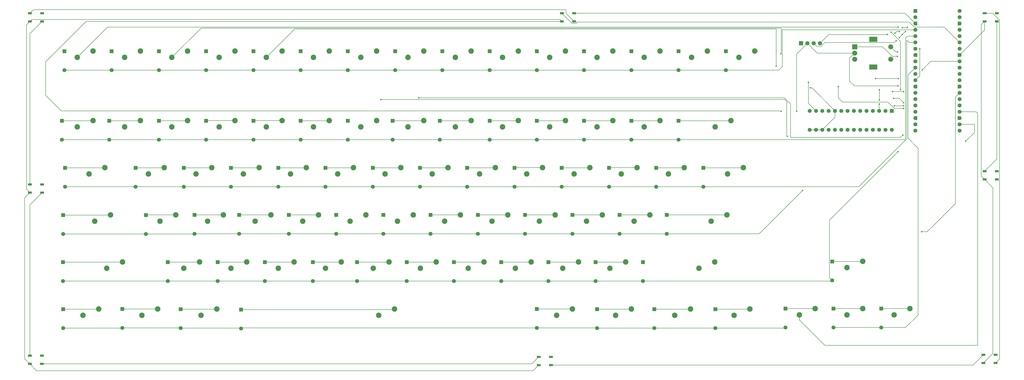
<source format=gbr>
%TF.GenerationSoftware,KiCad,Pcbnew,9.0.2*%
%TF.CreationDate,2025-06-29T16:27:35+05:30*%
%TF.ProjectId,Mechatron Schematic,4d656368-6174-4726-9f6e-20536368656d,rev?*%
%TF.SameCoordinates,Original*%
%TF.FileFunction,Copper,L2,Bot*%
%TF.FilePolarity,Positive*%
%FSLAX46Y46*%
G04 Gerber Fmt 4.6, Leading zero omitted, Abs format (unit mm)*
G04 Created by KiCad (PCBNEW 9.0.2) date 2025-06-29 16:27:35*
%MOMM*%
%LPD*%
G01*
G04 APERTURE LIST*
G04 Aperture macros list*
%AMRoundRect*
0 Rectangle with rounded corners*
0 $1 Rounding radius*
0 $2 $3 $4 $5 $6 $7 $8 $9 X,Y pos of 4 corners*
0 Add a 4 corners polygon primitive as box body*
4,1,4,$2,$3,$4,$5,$6,$7,$8,$9,$2,$3,0*
0 Add four circle primitives for the rounded corners*
1,1,$1+$1,$2,$3*
1,1,$1+$1,$4,$5*
1,1,$1+$1,$6,$7*
1,1,$1+$1,$8,$9*
0 Add four rect primitives between the rounded corners*
20,1,$1+$1,$2,$3,$4,$5,0*
20,1,$1+$1,$4,$5,$6,$7,0*
20,1,$1+$1,$6,$7,$8,$9,0*
20,1,$1+$1,$8,$9,$2,$3,0*%
%AMFreePoly0*
4,1,37,0.603843,0.796157,0.639018,0.796157,0.711114,0.766294,0.766294,0.711114,0.796157,0.639018,0.796157,0.603843,0.800000,0.600000,0.800000,-0.600000,0.796157,-0.603843,0.796157,-0.639018,0.766294,-0.711114,0.711114,-0.766294,0.639018,-0.796157,0.603843,-0.796157,0.600000,-0.800000,0.000000,-0.800000,0.000000,-0.796148,-0.078414,-0.796148,-0.232228,-0.765552,-0.377117,-0.705537,
-0.507515,-0.618408,-0.618408,-0.507515,-0.705537,-0.377117,-0.765552,-0.232228,-0.796148,-0.078414,-0.796148,0.078414,-0.765552,0.232228,-0.705537,0.377117,-0.618408,0.507515,-0.507515,0.618408,-0.377117,0.705537,-0.232228,0.765552,-0.078414,0.796148,0.000000,0.796148,0.000000,0.800000,0.600000,0.800000,0.603843,0.796157,0.603843,0.796157,$1*%
%AMFreePoly1*
4,1,37,0.000000,0.796148,0.078414,0.796148,0.232228,0.765552,0.377117,0.705537,0.507515,0.618408,0.618408,0.507515,0.705537,0.377117,0.765552,0.232228,0.796148,0.078414,0.796148,-0.078414,0.765552,-0.232228,0.705537,-0.377117,0.618408,-0.507515,0.507515,-0.618408,0.377117,-0.705537,0.232228,-0.765552,0.078414,-0.796148,0.000000,-0.796148,0.000000,-0.800000,-0.600000,-0.800000,
-0.603843,-0.796157,-0.639018,-0.796157,-0.711114,-0.766294,-0.766294,-0.711114,-0.796157,-0.639018,-0.796157,-0.603843,-0.800000,-0.600000,-0.800000,0.600000,-0.796157,0.603843,-0.796157,0.639018,-0.766294,0.711114,-0.711114,0.766294,-0.639018,0.796157,-0.603843,0.796157,-0.600000,0.800000,0.000000,0.800000,0.000000,0.796148,0.000000,0.796148,$1*%
G04 Aperture macros list end*
%TA.AperFunction,ComponentPad*%
%ADD10C,2.200000*%
%TD*%
%TA.AperFunction,ComponentPad*%
%ADD11RoundRect,0.200000X-0.600000X-0.600000X0.600000X-0.600000X0.600000X0.600000X-0.600000X0.600000X0*%
%TD*%
%TA.AperFunction,ComponentPad*%
%ADD12C,1.600000*%
%TD*%
%TA.AperFunction,ComponentPad*%
%ADD13FreePoly0,0.000000*%
%TD*%
%TA.AperFunction,ComponentPad*%
%ADD14FreePoly1,0.000000*%
%TD*%
%TA.AperFunction,ComponentPad*%
%ADD15RoundRect,0.250000X-0.550000X0.550000X-0.550000X-0.550000X0.550000X-0.550000X0.550000X0.550000X0*%
%TD*%
%TA.AperFunction,ComponentPad*%
%ADD16R,2.000000X2.000000*%
%TD*%
%TA.AperFunction,ComponentPad*%
%ADD17C,2.000000*%
%TD*%
%TA.AperFunction,ComponentPad*%
%ADD18R,3.200000X2.000000*%
%TD*%
%TA.AperFunction,ComponentPad*%
%ADD19R,1.700000X1.700000*%
%TD*%
%TA.AperFunction,ComponentPad*%
%ADD20C,1.700000*%
%TD*%
%TA.AperFunction,SMDPad,CuDef*%
%ADD21RoundRect,0.090000X0.660000X0.360000X-0.660000X0.360000X-0.660000X-0.360000X0.660000X-0.360000X0*%
%TD*%
%TA.AperFunction,ViaPad*%
%ADD22C,0.600000*%
%TD*%
%TA.AperFunction,Conductor*%
%ADD23C,0.200000*%
%TD*%
G04 APERTURE END LIST*
D10*
%TO.P,SW34,1,1*%
%TO.N,Net-(D34-K)*%
X208290000Y-211920000D03*
%TO.P,SW34,2,2*%
%TO.N,COL4*%
X201940000Y-214460000D03*
%TD*%
%TO.P,SW47,1,1*%
%TO.N,Net-(D47-K)*%
X194060000Y-230920000D03*
%TO.P,SW47,2,2*%
%TO.N,COL3*%
X187710000Y-233460000D03*
%TD*%
%TO.P,SW6,1,1*%
%TO.N,Net-(D6-K)*%
X217540000Y-164920000D03*
%TO.P,SW6,2,2*%
%TO.N,COL5*%
X211190000Y-167460000D03*
%TD*%
%TO.P,SW57,1,1*%
%TO.N,Net-(D57-K)*%
X134340000Y-249920000D03*
%TO.P,SW57,2,2*%
%TO.N,COL0*%
X127990000Y-252460000D03*
%TD*%
%TO.P,SW80,1,1*%
%TO.N,Net-(D80-K)*%
X451040000Y-268670000D03*
%TO.P,SW80,2,2*%
%TO.N,COL12*%
X444690000Y-271210000D03*
%TD*%
%TO.P,SW21,1,1*%
%TO.N,Net-(D21-K)*%
X217540000Y-192920000D03*
%TO.P,SW21,2,2*%
%TO.N,COL5*%
X211190000Y-195460000D03*
%TD*%
%TO.P,SW56,1,1*%
%TO.N,Net-(D56-K)*%
X377440000Y-230962500D03*
%TO.P,SW56,2,2*%
%TO.N,COL12*%
X371090000Y-233502500D03*
%TD*%
%TO.P,SW10,1,1*%
%TO.N,Net-(D10-K)*%
X293540000Y-164920000D03*
%TO.P,SW10,2,2*%
%TO.N,COL9*%
X287190000Y-167460000D03*
%TD*%
%TO.P,SW18,1,1*%
%TO.N,Net-(D18-K)*%
X160540000Y-192920000D03*
%TO.P,SW18,2,2*%
%TO.N,COL2*%
X154190000Y-195460000D03*
%TD*%
%TO.P,SW63,1,1*%
%TO.N,Net-(D63-K)*%
X260540000Y-249927500D03*
%TO.P,SW63,2,2*%
%TO.N,COL7*%
X254190000Y-252467500D03*
%TD*%
%TO.P,SW58,1,1*%
%TO.N,Net-(D58-K)*%
X165340000Y-249920000D03*
%TO.P,SW58,2,2*%
%TO.N,COL1*%
X158990000Y-252460000D03*
%TD*%
%TO.P,SW44,1,1*%
%TO.N,Net-(D44-K)*%
X129540000Y-230920000D03*
%TO.P,SW44,2,2*%
%TO.N,COL0*%
X123190000Y-233460000D03*
%TD*%
%TO.P,SW4,1,1*%
%TO.N,Net-(D4-K)*%
X179540000Y-164920000D03*
%TO.P,SW4,2,2*%
%TO.N,COL3*%
X173190000Y-167460000D03*
%TD*%
%TO.P,SW78,1,1*%
%TO.N,Net-(D78-K)*%
X412960000Y-268670000D03*
%TO.P,SW78,2,2*%
%TO.N,COL10*%
X406610000Y-271210000D03*
%TD*%
%TO.P,SW52,1,1*%
%TO.N,Net-(D52-K)*%
X289300000Y-230920000D03*
%TO.P,SW52,2,2*%
%TO.N,COL8*%
X282950000Y-233460000D03*
%TD*%
%TO.P,SW42,1,1*%
%TO.N,Net-(D42-K)*%
X360290000Y-211920000D03*
%TO.P,SW42,2,2*%
%TO.N,COL12*%
X353940000Y-214460000D03*
%TD*%
%TO.P,SW5,1,1*%
%TO.N,Net-(D5-K)*%
X198540000Y-164920000D03*
%TO.P,SW5,2,2*%
%TO.N,COL4*%
X192190000Y-167460000D03*
%TD*%
%TO.P,SW38,1,1*%
%TO.N,Net-(D38-K)*%
X284290000Y-211920000D03*
%TO.P,SW38,2,2*%
%TO.N,COL8*%
X277940000Y-214460000D03*
%TD*%
%TO.P,SW73,1,1*%
%TO.N,Net-(D73-K)*%
X243790000Y-268920000D03*
%TO.P,SW73,2,2*%
%TO.N,COL3*%
X237440000Y-271460000D03*
%TD*%
%TO.P,SW66,1,1*%
%TO.N,Net-(D66-K)*%
X317740000Y-249927500D03*
%TO.P,SW66,2,2*%
%TO.N,COL10*%
X311390000Y-252467500D03*
%TD*%
%TO.P,SW25,1,1*%
%TO.N,Net-(D25-K)*%
X293540000Y-192920000D03*
%TO.P,SW25,2,2*%
%TO.N,COL9*%
X287190000Y-195460000D03*
%TD*%
%TO.P,SW8,1,1*%
%TO.N,Net-(D8-K)*%
X255540000Y-164920000D03*
%TO.P,SW8,2,2*%
%TO.N,COL7*%
X249190000Y-167460000D03*
%TD*%
%TO.P,SW26,1,1*%
%TO.N,Net-(D26-K)*%
X312540000Y-192920000D03*
%TO.P,SW26,2,2*%
%TO.N,COL10*%
X306190000Y-195460000D03*
%TD*%
%TO.P,SW46,1,1*%
%TO.N,Net-(D46-K)*%
X174960000Y-230920000D03*
%TO.P,SW46,2,2*%
%TO.N,COL2*%
X168610000Y-233460000D03*
%TD*%
%TO.P,SW53,1,1*%
%TO.N,Net-(D53-K)*%
X308350000Y-230970000D03*
%TO.P,SW53,2,2*%
%TO.N,COL9*%
X302000000Y-233510000D03*
%TD*%
%TO.P,SW16,1,1*%
%TO.N,Net-(D16-K)*%
X122540000Y-192920000D03*
%TO.P,SW16,2,2*%
%TO.N,COL0*%
X116190000Y-195460000D03*
%TD*%
D11*
%TO.P,A1,1,GPIO0*%
%TO.N,Net-(A1-GPIO0)*%
X453220000Y-148740000D03*
D12*
%TO.P,A1,2,GPIO1*%
%TO.N,Net-(A1-GPIO1)*%
X453220000Y-151280000D03*
D13*
%TO.P,A1,3,GND*%
%TO.N,/GND*%
X453220000Y-153820000D03*
D12*
%TO.P,A1,4,GPIO2*%
%TO.N,ROW0*%
X453220000Y-156360000D03*
%TO.P,A1,5,GPIO3*%
%TO.N,ROW1*%
X453220000Y-158900000D03*
%TO.P,A1,6,GPIO4*%
%TO.N,ROW2*%
X453220000Y-161440000D03*
%TO.P,A1,7,GPIO5*%
%TO.N,ROW3*%
X453220000Y-163980000D03*
D13*
%TO.P,A1,8,GND*%
%TO.N,/GND*%
X453220000Y-166520000D03*
D12*
%TO.P,A1,9,GPIO6*%
%TO.N,ROW4*%
X453220000Y-169060000D03*
%TO.P,A1,10,GPIO7*%
%TO.N,ROW5*%
X453220000Y-171600000D03*
%TO.P,A1,11,GPIO8*%
%TO.N,COL0*%
X453220000Y-174140000D03*
%TO.P,A1,12,GPIO9*%
%TO.N,COL1*%
X453220000Y-176680000D03*
D13*
%TO.P,A1,13,GND*%
%TO.N,/GND*%
X453220000Y-179220000D03*
D12*
%TO.P,A1,14,GPIO10*%
%TO.N,COL2*%
X453220000Y-181760000D03*
%TO.P,A1,15,GPIO11*%
%TO.N,COL3*%
X453220000Y-184300000D03*
%TO.P,A1,16,GPIO12*%
%TO.N,COL4*%
X453220000Y-186840000D03*
%TO.P,A1,17,GPIO13*%
%TO.N,COL5*%
X453220000Y-189380000D03*
D13*
%TO.P,A1,18,GND*%
%TO.N,/GND*%
X453220000Y-191920000D03*
D12*
%TO.P,A1,19,GPIO14*%
%TO.N,COL6*%
X453220000Y-194460000D03*
%TO.P,A1,20,GPIO15*%
%TO.N,COL7*%
X453220000Y-197000000D03*
%TO.P,A1,21,GPIO16*%
%TO.N,COL8*%
X471000000Y-197000000D03*
%TO.P,A1,22,GPIO17*%
%TO.N,COL9*%
X471000000Y-194460000D03*
D14*
%TO.P,A1,23,GND*%
%TO.N,/GND*%
X471000000Y-191920000D03*
D12*
%TO.P,A1,24,GPIO18*%
%TO.N,COL10*%
X471000000Y-189380000D03*
%TO.P,A1,25,GPIO19*%
%TO.N,COL11*%
X471000000Y-186840000D03*
%TO.P,A1,26,GPIO20*%
%TO.N,COL12*%
X471000000Y-184300000D03*
%TO.P,A1,27,GPIO21*%
%TO.N,COL13*%
X471000000Y-181760000D03*
D14*
%TO.P,A1,28,GND*%
%TO.N,/GND*%
X471000000Y-179220000D03*
D12*
%TO.P,A1,29,GPIO22*%
%TO.N,COL14*%
X471000000Y-176680000D03*
%TO.P,A1,30,RUN*%
%TO.N,unconnected-(A1-RUN-Pad30)*%
X471000000Y-174140000D03*
%TO.P,A1,31,GPIO26_ADC0*%
%TO.N,unconnected-(A1-GPIO26_ADC0-Pad31)*%
X471000000Y-171600000D03*
%TO.P,A1,32,GPIO27_ADC1*%
%TO.N,ENC_A*%
X471000000Y-169060000D03*
D14*
%TO.P,A1,33,AGND*%
%TO.N,Net-(A1-AGND)*%
X471000000Y-166520000D03*
D12*
%TO.P,A1,34,GPIO28_ADC2*%
%TO.N,ENC_B*%
X471000000Y-163980000D03*
%TO.P,A1,35,ADC_VREF*%
%TO.N,Net-(A1-ADC_VREF)*%
X471000000Y-161440000D03*
%TO.P,A1,36,3V3*%
%TO.N,unconnected-(A1-3V3-Pad36)*%
X471000000Y-158900000D03*
%TO.P,A1,37,3V3_EN*%
%TO.N,/GND*%
X471000000Y-156360000D03*
D14*
%TO.P,A1,38,GND*%
X471000000Y-153820000D03*
D12*
%TO.P,A1,39,VSYS*%
X471000000Y-151280000D03*
%TO.P,A1,40,VBUS*%
X471000000Y-148740000D03*
%TD*%
D10*
%TO.P,SW51,1,1*%
%TO.N,Net-(D51-K)*%
X270260000Y-230970000D03*
%TO.P,SW51,2,2*%
%TO.N,COL7*%
X263910000Y-233510000D03*
%TD*%
%TO.P,SW31,1,1*%
%TO.N,Net-(D31-K)*%
X151120000Y-211920000D03*
%TO.P,SW31,2,2*%
%TO.N,COL1*%
X144770000Y-214460000D03*
%TD*%
%TO.P,SW33,1,1*%
%TO.N,Net-(D33-K)*%
X189290000Y-211920000D03*
%TO.P,SW33,2,2*%
%TO.N,COL3*%
X182940000Y-214460000D03*
%TD*%
%TO.P,SW2,1,1*%
%TO.N,Net-(D2-K)*%
X141540000Y-164920000D03*
%TO.P,SW2,2,2*%
%TO.N,COL1*%
X135190000Y-167460000D03*
%TD*%
%TO.P,SW9,1,1*%
%TO.N,Net-(D9-K)*%
X274540000Y-164920000D03*
%TO.P,SW9,2,2*%
%TO.N,COL8*%
X268190000Y-167460000D03*
%TD*%
%TO.P,SW79,1,1*%
%TO.N,Net-(D79-K)*%
X432040000Y-268670000D03*
%TO.P,SW79,2,2*%
%TO.N,COL11*%
X425690000Y-271210000D03*
%TD*%
%TO.P,SW45,1,1*%
%TO.N,Net-(D45-K)*%
X155790000Y-230920000D03*
%TO.P,SW45,2,2*%
%TO.N,COL1*%
X149440000Y-233460000D03*
%TD*%
%TO.P,SW48,1,1*%
%TO.N,Net-(D48-K)*%
X213160000Y-230920000D03*
%TO.P,SW48,2,2*%
%TO.N,COL4*%
X206810000Y-233460000D03*
%TD*%
%TO.P,SW54,1,1*%
%TO.N,Net-(D54-K)*%
X327360000Y-230970000D03*
%TO.P,SW54,2,2*%
%TO.N,COL10*%
X321010000Y-233510000D03*
%TD*%
%TO.P,SW41,1,1*%
%TO.N,Net-(D41-K)*%
X341290000Y-211920000D03*
%TO.P,SW41,2,2*%
%TO.N,COL11*%
X334940000Y-214460000D03*
%TD*%
%TO.P,SW76,1,1*%
%TO.N,Net-(D76-K)*%
X362790000Y-268920000D03*
%TO.P,SW76,2,2*%
%TO.N,COL8*%
X356440000Y-271460000D03*
%TD*%
%TO.P,SW49,1,1*%
%TO.N,Net-(D49-K)*%
X232210000Y-230970000D03*
%TO.P,SW49,2,2*%
%TO.N,COL5*%
X225860000Y-233510000D03*
%TD*%
%TO.P,SW67,1,1*%
%TO.N,Net-(D67-K)*%
X336740000Y-249927500D03*
%TO.P,SW67,2,2*%
%TO.N,COL11*%
X330390000Y-252467500D03*
%TD*%
%TO.P,SW55,1,1*%
%TO.N,Net-(D55-K)*%
X346430000Y-230970000D03*
%TO.P,SW55,2,2*%
%TO.N,COL11*%
X340080000Y-233510000D03*
%TD*%
%TO.P,SW74,1,1*%
%TO.N,Net-(D74-K)*%
X315290000Y-268920000D03*
%TO.P,SW74,2,2*%
%TO.N,COL4*%
X308940000Y-271460000D03*
%TD*%
%TO.P,SW70,1,1*%
%TO.N,Net-(D70-K)*%
X124790000Y-268920000D03*
%TO.P,SW70,2,2*%
%TO.N,COL0*%
X118440000Y-271460000D03*
%TD*%
%TO.P,SW60,1,1*%
%TO.N,Net-(D60-K)*%
X203340000Y-249920000D03*
%TO.P,SW60,2,2*%
%TO.N,COL3*%
X196990000Y-252460000D03*
%TD*%
%TO.P,SW75,1,1*%
%TO.N,Net-(D75-K)*%
X339040000Y-268920000D03*
%TO.P,SW75,2,2*%
%TO.N,COL7*%
X332690000Y-271460000D03*
%TD*%
%TO.P,SW23,1,1*%
%TO.N,Net-(D23-K)*%
X255540000Y-192920000D03*
%TO.P,SW23,2,2*%
%TO.N,COL7*%
X249190000Y-195460000D03*
%TD*%
D15*
%TO.P,U1,1,GPB0*%
%TO.N,unconnected-(U1-GPB0-Pad1)*%
X443780000Y-189050000D03*
D12*
%TO.P,U1,2,GPB1*%
%TO.N,unconnected-(U1-GPB1-Pad2)*%
X441240000Y-189050000D03*
%TO.P,U1,3,GPB2*%
%TO.N,ENC_SW*%
X438700000Y-189050000D03*
%TO.P,U1,4,GPB3*%
%TO.N,unconnected-(U1-GPB3-Pad4)*%
X436160000Y-189050000D03*
%TO.P,U1,5,GPB4*%
%TO.N,unconnected-(U1-GPB4-Pad5)*%
X433620000Y-189050000D03*
%TO.P,U1,6,GPB5*%
%TO.N,unconnected-(U1-GPB5-Pad6)*%
X431080000Y-189050000D03*
%TO.P,U1,7,GPB6*%
%TO.N,unconnected-(U1-GPB6-Pad7)*%
X428540000Y-189050000D03*
%TO.P,U1,8,GPB7*%
%TO.N,unconnected-(U1-GPB7-Pad8)*%
X426000000Y-189050000D03*
%TO.P,U1,9,VDD*%
%TO.N,/GND*%
X423460000Y-189050000D03*
%TO.P,U1,10,VSS*%
X420920000Y-189050000D03*
%TO.P,U1,11,NC*%
%TO.N,unconnected-(U1-NC-Pad11)*%
X418380000Y-189050000D03*
%TO.P,U1,12,SCK*%
%TO.N,Net-(A1-GPIO1)*%
X415840000Y-189050000D03*
%TO.P,U1,13,SDA*%
%TO.N,Net-(A1-GPIO0)*%
X413300000Y-189050000D03*
%TO.P,U1,14,NC*%
%TO.N,unconnected-(U1-NC-Pad14)*%
X410760000Y-189050000D03*
%TO.P,U1,15,A0*%
%TO.N,/GND*%
X410760000Y-196670000D03*
%TO.P,U1,16,A1*%
X413300000Y-196670000D03*
%TO.P,U1,17,A2*%
X415840000Y-196670000D03*
%TO.P,U1,18,~{RESET}*%
%TO.N,unconnected-(U1-~{RESET}-Pad18)*%
X418380000Y-196670000D03*
%TO.P,U1,19,INTB*%
%TO.N,unconnected-(U1-INTB-Pad19)*%
X420920000Y-196670000D03*
%TO.P,U1,20,INTA*%
%TO.N,unconnected-(U1-INTA-Pad20)*%
X423460000Y-196670000D03*
%TO.P,U1,21,GPA0*%
%TO.N,unconnected-(U1-GPA0-Pad21)*%
X426000000Y-196670000D03*
%TO.P,U1,22,GPA1*%
%TO.N,unconnected-(U1-GPA1-Pad22)*%
X428540000Y-196670000D03*
%TO.P,U1,23,GPA2*%
%TO.N,unconnected-(U1-GPA2-Pad23)*%
X431080000Y-196670000D03*
%TO.P,U1,24,GPA3*%
%TO.N,unconnected-(U1-GPA3-Pad24)*%
X433620000Y-196670000D03*
%TO.P,U1,25,GPA4*%
%TO.N,unconnected-(U1-GPA4-Pad25)*%
X436160000Y-196670000D03*
%TO.P,U1,26,GPA5*%
%TO.N,unconnected-(U1-GPA5-Pad26)*%
X438700000Y-196670000D03*
%TO.P,U1,27,GPA6*%
%TO.N,unconnected-(U1-GPA6-Pad27)*%
X441240000Y-196670000D03*
%TO.P,U1,28,GPA7*%
%TO.N,unconnected-(U1-GPA7-Pad28)*%
X443780000Y-196670000D03*
%TD*%
D10*
%TO.P,SW68,1,1*%
%TO.N,Net-(D68-K)*%
X372540000Y-249920000D03*
%TO.P,SW68,2,2*%
%TO.N,COL12*%
X366190000Y-252460000D03*
%TD*%
%TO.P,SW50,1,1*%
%TO.N,Net-(D50-K)*%
X251260000Y-230920000D03*
%TO.P,SW50,2,2*%
%TO.N,COL6*%
X244910000Y-233460000D03*
%TD*%
%TO.P,SW72,1,1*%
%TO.N,Net-(D72-K)*%
X172290000Y-268920000D03*
%TO.P,SW72,2,2*%
%TO.N,COL2*%
X165940000Y-271460000D03*
%TD*%
%TO.P,SW65,1,1*%
%TO.N,Net-(D65-K)*%
X298740000Y-249920000D03*
%TO.P,SW65,2,2*%
%TO.N,COL9*%
X292390000Y-252460000D03*
%TD*%
%TO.P,SW37,1,1*%
%TO.N,Net-(D37-K)*%
X265290000Y-211920000D03*
%TO.P,SW37,2,2*%
%TO.N,COL7*%
X258940000Y-214460000D03*
%TD*%
%TO.P,SW30,1,1*%
%TO.N,Net-(D30-K)*%
X127290000Y-211920000D03*
%TO.P,SW30,2,2*%
%TO.N,COL0*%
X120940000Y-214460000D03*
%TD*%
%TO.P,SW27,1,1*%
%TO.N,Net-(D27-K)*%
X331540000Y-192920000D03*
%TO.P,SW27,2,2*%
%TO.N,COL11*%
X325190000Y-195460000D03*
%TD*%
%TO.P,SW62,1,1*%
%TO.N,Net-(D62-K)*%
X241540000Y-249920000D03*
%TO.P,SW62,2,2*%
%TO.N,COL5*%
X235190000Y-252460000D03*
%TD*%
%TO.P,SW32,1,1*%
%TO.N,Net-(D32-K)*%
X170290000Y-211920000D03*
%TO.P,SW32,2,2*%
%TO.N,COL2*%
X163940000Y-214460000D03*
%TD*%
%TO.P,SW61,1,1*%
%TO.N,Net-(D61-K)*%
X222340000Y-249920000D03*
%TO.P,SW61,2,2*%
%TO.N,COL4*%
X215990000Y-252460000D03*
%TD*%
%TO.P,SW43,1,1*%
%TO.N,Net-(D43-K)*%
X384040000Y-211920000D03*
%TO.P,SW43,2,2*%
%TO.N,COL13*%
X377690000Y-214460000D03*
%TD*%
%TO.P,SW17,1,1*%
%TO.N,Net-(D17-K)*%
X141540000Y-192920000D03*
%TO.P,SW17,2,2*%
%TO.N,COL1*%
X135190000Y-195460000D03*
%TD*%
D16*
%TO.P,SW91,A,A*%
%TO.N,ENC_A*%
X428800000Y-163250000D03*
D17*
%TO.P,SW91,B,B*%
%TO.N,ENC_B*%
X428800000Y-168250000D03*
%TO.P,SW91,C,C*%
%TO.N,Net-(A1-AGND)*%
X428800000Y-165750000D03*
D18*
%TO.P,SW91,MP*%
%TO.N,N/C*%
X436300000Y-160150000D03*
X436300000Y-171350000D03*
D17*
%TO.P,SW91,S1,S1*%
%TO.N,ENC_SW*%
X443300000Y-168250000D03*
%TO.P,SW91,S2,S2*%
%TO.N,/GND*%
X443300000Y-163250000D03*
%TD*%
D10*
%TO.P,SW64,1,1*%
%TO.N,Net-(D64-K)*%
X279740000Y-249927500D03*
%TO.P,SW64,2,2*%
%TO.N,COL8*%
X273390000Y-252467500D03*
%TD*%
%TO.P,SW28,1,1*%
%TO.N,Net-(D28-K)*%
X350540000Y-192920000D03*
%TO.P,SW28,2,2*%
%TO.N,COL12*%
X344190000Y-195460000D03*
%TD*%
%TO.P,SW40,1,1*%
%TO.N,Net-(D40-K)*%
X322290000Y-211920000D03*
%TO.P,SW40,2,2*%
%TO.N,COL10*%
X315940000Y-214460000D03*
%TD*%
%TO.P,SW22,1,1*%
%TO.N,Net-(D22-K)*%
X236540000Y-192920000D03*
%TO.P,SW22,2,2*%
%TO.N,COL6*%
X230190000Y-195460000D03*
%TD*%
%TO.P,SW39,1,1*%
%TO.N,Net-(D39-K)*%
X303290000Y-211920000D03*
%TO.P,SW39,2,2*%
%TO.N,COL9*%
X296940000Y-214460000D03*
%TD*%
%TO.P,SW15,1,1*%
%TO.N,Net-(D15-K)*%
X388620000Y-164920000D03*
%TO.P,SW15,2,2*%
%TO.N,COL14*%
X382270000Y-167460000D03*
%TD*%
%TO.P,SW12,1,1*%
%TO.N,Net-(D12-K)*%
X331540000Y-164920000D03*
%TO.P,SW12,2,2*%
%TO.N,COL11*%
X325190000Y-167460000D03*
%TD*%
%TO.P,SW3,1,1*%
%TO.N,Net-(D3-K)*%
X160540000Y-164920000D03*
%TO.P,SW3,2,2*%
%TO.N,COL2*%
X154190000Y-167460000D03*
%TD*%
%TO.P,SW1,1,1*%
%TO.N,Net-(D1-K)*%
X122540000Y-164920000D03*
%TO.P,SW1,2,2*%
%TO.N,COL0*%
X116190000Y-167460000D03*
%TD*%
D19*
%TO.P,J1,1,Pin_1*%
%TO.N,/GND*%
X407240000Y-161800000D03*
D20*
%TO.P,J1,2,Pin_2*%
%TO.N,Net-(A1-AGND)*%
X409780000Y-161800000D03*
%TO.P,J1,3,Pin_3*%
%TO.N,Net-(A1-GPIO0)*%
X412320000Y-161800000D03*
%TO.P,J1,4,Pin_4*%
%TO.N,Net-(A1-GPIO1)*%
X414860000Y-161800000D03*
%TD*%
D10*
%TO.P,SW24,1,1*%
%TO.N,Net-(D24-K)*%
X274540000Y-192920000D03*
%TO.P,SW24,2,2*%
%TO.N,COL8*%
X268190000Y-195460000D03*
%TD*%
%TO.P,SW20,1,1*%
%TO.N,Net-(D20-K)*%
X198540000Y-192920000D03*
%TO.P,SW20,2,2*%
%TO.N,COL4*%
X192190000Y-195460000D03*
%TD*%
%TO.P,SW69,1,1*%
%TO.N,Net-(D69-K)*%
X432040000Y-249670000D03*
%TO.P,SW69,2,2*%
%TO.N,COL13*%
X425690000Y-252210000D03*
%TD*%
%TO.P,SW71,1,1*%
%TO.N,Net-(D71-K)*%
X148540000Y-268920000D03*
%TO.P,SW71,2,2*%
%TO.N,COL1*%
X142190000Y-271460000D03*
%TD*%
%TO.P,SW19,1,1*%
%TO.N,Net-(D19-K)*%
X179540000Y-192920000D03*
%TO.P,SW19,2,2*%
%TO.N,COL3*%
X173190000Y-195460000D03*
%TD*%
%TO.P,SW13,1,1*%
%TO.N,Net-(D13-K)*%
X350540000Y-164920000D03*
%TO.P,SW13,2,2*%
%TO.N,COL12*%
X344190000Y-167460000D03*
%TD*%
%TO.P,SW35,1,1*%
%TO.N,Net-(D35-K)*%
X227290000Y-211920000D03*
%TO.P,SW35,2,2*%
%TO.N,COL5*%
X220940000Y-214460000D03*
%TD*%
%TO.P,SW77,1,1*%
%TO.N,Net-(D77-K)*%
X386710000Y-268920000D03*
%TO.P,SW77,2,2*%
%TO.N,COL9*%
X380360000Y-271460000D03*
%TD*%
%TO.P,SW29,1,1*%
%TO.N,Net-(D29-K)*%
X379040000Y-192920000D03*
%TO.P,SW29,2,2*%
%TO.N,COL13*%
X372690000Y-195460000D03*
%TD*%
%TO.P,SW59,1,1*%
%TO.N,Net-(D59-K)*%
X184340000Y-249920000D03*
%TO.P,SW59,2,2*%
%TO.N,COL2*%
X177990000Y-252460000D03*
%TD*%
%TO.P,SW7,1,1*%
%TO.N,Net-(D7-K)*%
X236540000Y-164920000D03*
%TO.P,SW7,2,2*%
%TO.N,COL6*%
X230190000Y-167460000D03*
%TD*%
%TO.P,SW11,1,1*%
%TO.N,Net-(D11-K)*%
X312540000Y-164920000D03*
%TO.P,SW11,2,2*%
%TO.N,COL10*%
X306190000Y-167460000D03*
%TD*%
%TO.P,SW36,1,1*%
%TO.N,Net-(D36-K)*%
X246290000Y-211920000D03*
%TO.P,SW36,2,2*%
%TO.N,COL6*%
X239940000Y-214460000D03*
%TD*%
%TO.P,SW14,1,1*%
%TO.N,Net-(D14-K)*%
X369540000Y-164920000D03*
%TO.P,SW14,2,2*%
%TO.N,COL13*%
X363190000Y-167460000D03*
%TD*%
D15*
%TO.P,D46,1,K*%
%TO.N,Net-(D46-K)*%
X163320000Y-230950000D03*
D12*
%TO.P,D46,2,A*%
%TO.N,ROW3*%
X163320000Y-238570000D03*
%TD*%
D15*
%TO.P,D45,1,K*%
%TO.N,Net-(D45-K)*%
X143750000Y-231000000D03*
D12*
%TO.P,D45,2,A*%
%TO.N,ROW3*%
X143750000Y-238620000D03*
%TD*%
D15*
%TO.P,D29,1,K*%
%TO.N,Net-(D29-K)*%
X358000000Y-193000000D03*
D12*
%TO.P,D29,2,A*%
%TO.N,ROW1*%
X358000000Y-200620000D03*
%TD*%
D15*
%TO.P,D41,1,K*%
%TO.N,Net-(D41-K)*%
X330000000Y-212000000D03*
D12*
%TO.P,D41,2,A*%
%TO.N,ROW2*%
X330000000Y-219620000D03*
%TD*%
D15*
%TO.P,D6,1,K*%
%TO.N,Net-(D6-K)*%
X206000000Y-165000000D03*
D12*
%TO.P,D6,2,A*%
%TO.N,ROW0*%
X206000000Y-172620000D03*
%TD*%
D15*
%TO.P,D35,1,K*%
%TO.N,Net-(D35-K)*%
X216000000Y-212000000D03*
D12*
%TO.P,D35,2,A*%
%TO.N,ROW2*%
X216000000Y-219620000D03*
%TD*%
D15*
%TO.P,D30,1,K*%
%TO.N,Net-(D30-K)*%
X111250000Y-212000000D03*
D12*
%TO.P,D30,2,A*%
%TO.N,ROW2*%
X111250000Y-219620000D03*
%TD*%
D15*
%TO.P,D2,1,K*%
%TO.N,Net-(D2-K)*%
X130000000Y-165000000D03*
D12*
%TO.P,D2,2,A*%
%TO.N,ROW0*%
X130000000Y-172620000D03*
%TD*%
D15*
%TO.P,D3,1,K*%
%TO.N,Net-(D3-K)*%
X149000000Y-165000000D03*
D12*
%TO.P,D3,2,A*%
%TO.N,ROW0*%
X149000000Y-172620000D03*
%TD*%
D15*
%TO.P,D69,1,K*%
%TO.N,Net-(D69-K)*%
X419750000Y-249750000D03*
D12*
%TO.P,D69,2,A*%
%TO.N,ROW4*%
X419750000Y-257370000D03*
%TD*%
D15*
%TO.P,D32,1,K*%
%TO.N,Net-(D32-K)*%
X159000000Y-212000000D03*
D12*
%TO.P,D32,2,A*%
%TO.N,ROW2*%
X159000000Y-219620000D03*
%TD*%
D15*
%TO.P,D38,1,K*%
%TO.N,Net-(D38-K)*%
X273000000Y-212000000D03*
D12*
%TO.P,D38,2,A*%
%TO.N,ROW2*%
X273000000Y-219620000D03*
%TD*%
D15*
%TO.P,D26,1,K*%
%TO.N,Net-(D26-K)*%
X301000000Y-193000000D03*
D12*
%TO.P,D26,2,A*%
%TO.N,ROW1*%
X301000000Y-200620000D03*
%TD*%
D15*
%TO.P,D37,1,K*%
%TO.N,Net-(D37-K)*%
X254000000Y-212000000D03*
D12*
%TO.P,D37,2,A*%
%TO.N,ROW2*%
X254000000Y-219620000D03*
%TD*%
D15*
%TO.P,D21,1,K*%
%TO.N,Net-(D21-K)*%
X206000000Y-193000000D03*
D12*
%TO.P,D21,2,A*%
%TO.N,ROW1*%
X206000000Y-200620000D03*
%TD*%
D15*
%TO.P,D61,1,K*%
%TO.N,Net-(D61-K)*%
X210900000Y-249965000D03*
D12*
%TO.P,D61,2,A*%
%TO.N,ROW4*%
X210900000Y-257585000D03*
%TD*%
D15*
%TO.P,D4,1,K*%
%TO.N,Net-(D4-K)*%
X168000000Y-165000000D03*
D12*
%TO.P,D4,2,A*%
%TO.N,ROW0*%
X168000000Y-172620000D03*
%TD*%
D15*
%TO.P,D22,1,K*%
%TO.N,Net-(D22-K)*%
X225000000Y-193000000D03*
D12*
%TO.P,D22,2,A*%
%TO.N,ROW1*%
X225000000Y-200620000D03*
%TD*%
D15*
%TO.P,D17,1,K*%
%TO.N,Net-(D17-K)*%
X129000000Y-193000000D03*
D12*
%TO.P,D17,2,A*%
%TO.N,ROW1*%
X129000000Y-200620000D03*
%TD*%
D21*
%TO.P,D95,1,VDD*%
%TO.N,unconnected-(D95-VDD-Pad1)*%
X306650000Y-288200000D03*
%TO.P,D95,2,DOUT*%
%TO.N,Net-(D95-DOUT)*%
X306650000Y-291500000D03*
%TO.P,D95,3,VSS*%
%TO.N,Net-(A1-AGND)*%
X301750000Y-291500000D03*
%TO.P,D95,4,DIN*%
%TO.N,Net-(D94-DOUT)*%
X301750000Y-288200000D03*
%TD*%
D15*
%TO.P,D36,1,K*%
%TO.N,Net-(D36-K)*%
X235000000Y-212000000D03*
D12*
%TO.P,D36,2,A*%
%TO.N,ROW2*%
X235000000Y-219620000D03*
%TD*%
D15*
%TO.P,D74,1,K*%
%TO.N,Net-(D74-K)*%
X300960000Y-268920000D03*
D12*
%TO.P,D74,2,A*%
%TO.N,ROW5*%
X300960000Y-276540000D03*
%TD*%
D15*
%TO.P,D15,1,K*%
%TO.N,Net-(D15-K)*%
X377000000Y-165000000D03*
D12*
%TO.P,D15,2,A*%
%TO.N,ROW0*%
X377000000Y-172620000D03*
%TD*%
D15*
%TO.P,D8,1,K*%
%TO.N,Net-(D8-K)*%
X244000000Y-165000000D03*
D12*
%TO.P,D8,2,A*%
%TO.N,ROW0*%
X244000000Y-172620000D03*
%TD*%
D15*
%TO.P,D12,1,K*%
%TO.N,Net-(D12-K)*%
X320000000Y-165000000D03*
D12*
%TO.P,D12,2,A*%
%TO.N,ROW0*%
X320000000Y-172620000D03*
%TD*%
D15*
%TO.P,D78,1,K*%
%TO.N,Net-(D78-K)*%
X401000000Y-268750000D03*
D12*
%TO.P,D78,2,A*%
%TO.N,ROW5*%
X401000000Y-276370000D03*
%TD*%
D15*
%TO.P,D47,1,K*%
%TO.N,Net-(D47-K)*%
X181270000Y-230950000D03*
D12*
%TO.P,D47,2,A*%
%TO.N,ROW3*%
X181270000Y-238570000D03*
%TD*%
D15*
%TO.P,D27,1,K*%
%TO.N,Net-(D27-K)*%
X320000000Y-193000000D03*
D12*
%TO.P,D27,2,A*%
%TO.N,ROW1*%
X320000000Y-200620000D03*
%TD*%
D15*
%TO.P,D60,1,K*%
%TO.N,Net-(D60-K)*%
X191600000Y-249980000D03*
D12*
%TO.P,D60,2,A*%
%TO.N,ROW4*%
X191600000Y-257600000D03*
%TD*%
D15*
%TO.P,D62,1,K*%
%TO.N,Net-(D62-K)*%
X228650000Y-249965000D03*
D12*
%TO.P,D62,2,A*%
%TO.N,ROW4*%
X228650000Y-257585000D03*
%TD*%
D15*
%TO.P,D50,1,K*%
%TO.N,Net-(D50-K)*%
X239270000Y-230950000D03*
D12*
%TO.P,D50,2,A*%
%TO.N,ROW3*%
X239270000Y-238570000D03*
%TD*%
D15*
%TO.P,D63,1,K*%
%TO.N,Net-(D63-K)*%
X248650000Y-249965000D03*
D12*
%TO.P,D63,2,A*%
%TO.N,ROW4*%
X248650000Y-257585000D03*
%TD*%
D15*
%TO.P,D58,1,K*%
%TO.N,Net-(D58-K)*%
X152600000Y-250000000D03*
D12*
%TO.P,D58,2,A*%
%TO.N,ROW4*%
X152600000Y-257620000D03*
%TD*%
D15*
%TO.P,D75,1,K*%
%TO.N,Net-(D75-K)*%
X325250000Y-269000000D03*
D12*
%TO.P,D75,2,A*%
%TO.N,ROW5*%
X325250000Y-276620000D03*
%TD*%
D15*
%TO.P,D28,1,K*%
%TO.N,Net-(D28-K)*%
X339000000Y-193000000D03*
D12*
%TO.P,D28,2,A*%
%TO.N,ROW1*%
X339000000Y-200620000D03*
%TD*%
D15*
%TO.P,D42,1,K*%
%TO.N,Net-(D42-K)*%
X349000000Y-212000000D03*
D12*
%TO.P,D42,2,A*%
%TO.N,ROW2*%
X349000000Y-219620000D03*
%TD*%
D21*
%TO.P,D93,1,VDD*%
%TO.N,unconnected-(D93-VDD-Pad1)*%
X102000000Y-218700000D03*
%TO.P,D93,2,DOUT*%
%TO.N,Net-(D93-DOUT)*%
X102000000Y-222000000D03*
%TO.P,D93,3,VSS*%
%TO.N,Net-(A1-AGND)*%
X97100000Y-222000000D03*
%TO.P,D93,4,DIN*%
%TO.N,Net-(D92-DOUT)*%
X97100000Y-218700000D03*
%TD*%
%TO.P,D98,1,VDD*%
%TO.N,unconnected-(D98-VDD-Pad1)*%
X485950000Y-213350000D03*
%TO.P,D98,2,DOUT*%
%TO.N,unconnected-(D98-DOUT-Pad2)*%
X485950000Y-216650000D03*
%TO.P,D98,3,VSS*%
%TO.N,Net-(A1-AGND)*%
X481050000Y-216650000D03*
%TO.P,D98,4,DIN*%
%TO.N,Net-(D97-DOUT)*%
X481050000Y-213350000D03*
%TD*%
%TO.P,D91,1,VDD*%
%TO.N,/GND*%
X316000000Y-149700000D03*
%TO.P,D91,2,DOUT*%
%TO.N,Net-(D91-DOUT)*%
X316000000Y-153000000D03*
%TO.P,D91,3,VSS*%
%TO.N,Net-(A1-AGND)*%
X311100000Y-153000000D03*
%TO.P,D91,4,DIN*%
%TO.N,Net-(A1-ADC_VREF)*%
X311100000Y-149700000D03*
%TD*%
D15*
%TO.P,D7,1,K*%
%TO.N,Net-(D7-K)*%
X225000000Y-165000000D03*
D12*
%TO.P,D7,2,A*%
%TO.N,ROW0*%
X225000000Y-172620000D03*
%TD*%
D21*
%TO.P,D97,1,VDD*%
%TO.N,unconnected-(D97-VDD-Pad1)*%
X486000000Y-149700000D03*
%TO.P,D97,2,DOUT*%
%TO.N,Net-(D97-DOUT)*%
X486000000Y-153000000D03*
%TO.P,D97,3,VSS*%
%TO.N,Net-(A1-AGND)*%
X481100000Y-153000000D03*
%TO.P,D97,4,DIN*%
%TO.N,Net-(D96-DOUT)*%
X481100000Y-149700000D03*
%TD*%
D15*
%TO.P,D57,1,K*%
%TO.N,Net-(D57-K)*%
X110400000Y-250000000D03*
D12*
%TO.P,D57,2,A*%
%TO.N,ROW4*%
X110400000Y-257620000D03*
%TD*%
D15*
%TO.P,D71,1,K*%
%TO.N,Net-(D71-K)*%
X134250000Y-268920000D03*
D12*
%TO.P,D71,2,A*%
%TO.N,ROW5*%
X134250000Y-276540000D03*
%TD*%
D15*
%TO.P,D14,1,K*%
%TO.N,Net-(D14-K)*%
X358000000Y-165000000D03*
D12*
%TO.P,D14,2,A*%
%TO.N,ROW0*%
X358000000Y-172620000D03*
%TD*%
D15*
%TO.P,D43,1,K*%
%TO.N,Net-(D43-K)*%
X368000000Y-212000000D03*
D12*
%TO.P,D43,2,A*%
%TO.N,ROW2*%
X368000000Y-219620000D03*
%TD*%
D15*
%TO.P,D25,1,K*%
%TO.N,Net-(D25-K)*%
X282000000Y-193000000D03*
D12*
%TO.P,D25,2,A*%
%TO.N,ROW1*%
X282000000Y-200620000D03*
%TD*%
D15*
%TO.P,D67,1,K*%
%TO.N,Net-(D67-K)*%
X324650000Y-249965000D03*
D12*
%TO.P,D67,2,A*%
%TO.N,ROW4*%
X324650000Y-257585000D03*
%TD*%
D15*
%TO.P,D51,1,K*%
%TO.N,Net-(D51-K)*%
X258270000Y-230950000D03*
D12*
%TO.P,D51,2,A*%
%TO.N,ROW3*%
X258270000Y-238570000D03*
%TD*%
D15*
%TO.P,D52,1,K*%
%TO.N,Net-(D52-K)*%
X277270000Y-230950000D03*
D12*
%TO.P,D52,2,A*%
%TO.N,ROW3*%
X277270000Y-238570000D03*
%TD*%
D15*
%TO.P,D24,1,K*%
%TO.N,Net-(D24-K)*%
X262000000Y-193000000D03*
D12*
%TO.P,D24,2,A*%
%TO.N,ROW1*%
X262000000Y-200620000D03*
%TD*%
D15*
%TO.P,D80,1,K*%
%TO.N,Net-(D80-K)*%
X439500000Y-268750000D03*
D12*
%TO.P,D80,2,A*%
%TO.N,ROW5*%
X439500000Y-276370000D03*
%TD*%
D21*
%TO.P,D96,1,VDD*%
%TO.N,unconnected-(D96-VDD-Pad1)*%
X485450000Y-287350000D03*
%TO.P,D96,2,DOUT*%
%TO.N,Net-(D96-DOUT)*%
X485450000Y-290650000D03*
%TO.P,D96,3,VSS*%
%TO.N,Net-(A1-AGND)*%
X480550000Y-290650000D03*
%TO.P,D96,4,DIN*%
%TO.N,Net-(D95-DOUT)*%
X480550000Y-287350000D03*
%TD*%
D15*
%TO.P,D56,1,K*%
%TO.N,Net-(D56-K)*%
X353270000Y-230950000D03*
D12*
%TO.P,D56,2,A*%
%TO.N,ROW3*%
X353270000Y-238570000D03*
%TD*%
D15*
%TO.P,D68,1,K*%
%TO.N,Net-(D68-K)*%
X343650000Y-249965000D03*
D12*
%TO.P,D68,2,A*%
%TO.N,ROW4*%
X343650000Y-257585000D03*
%TD*%
D15*
%TO.P,D18,1,K*%
%TO.N,Net-(D18-K)*%
X149000000Y-193000000D03*
D12*
%TO.P,D18,2,A*%
%TO.N,ROW1*%
X149000000Y-200620000D03*
%TD*%
D15*
%TO.P,D48,1,K*%
%TO.N,Net-(D48-K)*%
X201270000Y-230950000D03*
D12*
%TO.P,D48,2,A*%
%TO.N,ROW3*%
X201270000Y-238570000D03*
%TD*%
D15*
%TO.P,D13,1,K*%
%TO.N,Net-(D13-K)*%
X339000000Y-165000000D03*
D12*
%TO.P,D13,2,A*%
%TO.N,ROW0*%
X339000000Y-172620000D03*
%TD*%
D15*
%TO.P,D73,1,K*%
%TO.N,Net-(D73-K)*%
X182000000Y-269130000D03*
D12*
%TO.P,D73,2,A*%
%TO.N,ROW5*%
X182000000Y-276750000D03*
%TD*%
D15*
%TO.P,D72,1,K*%
%TO.N,Net-(D72-K)*%
X157750000Y-269000000D03*
D12*
%TO.P,D72,2,A*%
%TO.N,ROW5*%
X157750000Y-276620000D03*
%TD*%
D21*
%TO.P,D94,1,VDD*%
%TO.N,unconnected-(D94-VDD-Pad1)*%
X101980000Y-287700000D03*
%TO.P,D94,2,DOUT*%
%TO.N,Net-(D94-DOUT)*%
X101980000Y-291000000D03*
%TO.P,D94,3,VSS*%
%TO.N,Net-(A1-AGND)*%
X97080000Y-291000000D03*
%TO.P,D94,4,DIN*%
%TO.N,Net-(D93-DOUT)*%
X97080000Y-287700000D03*
%TD*%
D15*
%TO.P,D59,1,K*%
%TO.N,Net-(D59-K)*%
X172600000Y-250000000D03*
D12*
%TO.P,D59,2,A*%
%TO.N,ROW4*%
X172600000Y-257620000D03*
%TD*%
D15*
%TO.P,D11,1,K*%
%TO.N,Net-(D11-K)*%
X301000000Y-165000000D03*
D12*
%TO.P,D11,2,A*%
%TO.N,ROW0*%
X301000000Y-172620000D03*
%TD*%
D15*
%TO.P,D19,1,K*%
%TO.N,Net-(D19-K)*%
X168000000Y-193000000D03*
D12*
%TO.P,D19,2,A*%
%TO.N,ROW1*%
X168000000Y-200620000D03*
%TD*%
D15*
%TO.P,D79,1,K*%
%TO.N,Net-(D79-K)*%
X420250000Y-268750000D03*
D12*
%TO.P,D79,2,A*%
%TO.N,ROW5*%
X420250000Y-276370000D03*
%TD*%
D15*
%TO.P,D49,1,K*%
%TO.N,Net-(D49-K)*%
X220270000Y-230950000D03*
D12*
%TO.P,D49,2,A*%
%TO.N,ROW3*%
X220270000Y-238570000D03*
%TD*%
D15*
%TO.P,D9,1,K*%
%TO.N,Net-(D9-K)*%
X263000000Y-165000000D03*
D12*
%TO.P,D9,2,A*%
%TO.N,ROW0*%
X263000000Y-172620000D03*
%TD*%
D15*
%TO.P,D65,1,K*%
%TO.N,Net-(D65-K)*%
X286650000Y-249965000D03*
D12*
%TO.P,D65,2,A*%
%TO.N,ROW4*%
X286650000Y-257585000D03*
%TD*%
D15*
%TO.P,D40,1,K*%
%TO.N,Net-(D40-K)*%
X311000000Y-212000000D03*
D12*
%TO.P,D40,2,A*%
%TO.N,ROW2*%
X311000000Y-219620000D03*
%TD*%
D15*
%TO.P,D31,1,K*%
%TO.N,Net-(D31-K)*%
X139580000Y-212000000D03*
D12*
%TO.P,D31,2,A*%
%TO.N,ROW2*%
X139580000Y-219620000D03*
%TD*%
D15*
%TO.P,D1,1,K*%
%TO.N,Net-(D1-K)*%
X111000000Y-165000000D03*
D12*
%TO.P,D1,2,A*%
%TO.N,ROW0*%
X111000000Y-172620000D03*
%TD*%
D15*
%TO.P,D23,1,K*%
%TO.N,Net-(D23-K)*%
X243000000Y-193000000D03*
D12*
%TO.P,D23,2,A*%
%TO.N,ROW1*%
X243000000Y-200620000D03*
%TD*%
D15*
%TO.P,D55,1,K*%
%TO.N,Net-(D55-K)*%
X334270000Y-230950000D03*
D12*
%TO.P,D55,2,A*%
%TO.N,ROW3*%
X334270000Y-238570000D03*
%TD*%
D21*
%TO.P,D92,1,VDD*%
%TO.N,unconnected-(D92-VDD-Pad1)*%
X102000000Y-149700000D03*
%TO.P,D92,2,DOUT*%
%TO.N,Net-(D92-DOUT)*%
X102000000Y-153000000D03*
%TO.P,D92,3,VSS*%
%TO.N,Net-(A1-AGND)*%
X97100000Y-153000000D03*
%TO.P,D92,4,DIN*%
%TO.N,Net-(D91-DOUT)*%
X97100000Y-149700000D03*
%TD*%
D15*
%TO.P,D76,1,K*%
%TO.N,Net-(D76-K)*%
X348250000Y-269000000D03*
D12*
%TO.P,D76,2,A*%
%TO.N,ROW5*%
X348250000Y-276620000D03*
%TD*%
D15*
%TO.P,D33,1,K*%
%TO.N,Net-(D33-K)*%
X178000000Y-212000000D03*
D12*
%TO.P,D33,2,A*%
%TO.N,ROW2*%
X178000000Y-219620000D03*
%TD*%
D15*
%TO.P,D66,1,K*%
%TO.N,Net-(D66-K)*%
X305650000Y-249965000D03*
D12*
%TO.P,D66,2,A*%
%TO.N,ROW4*%
X305650000Y-257585000D03*
%TD*%
D15*
%TO.P,D34,1,K*%
%TO.N,Net-(D34-K)*%
X197000000Y-212000000D03*
D12*
%TO.P,D34,2,A*%
%TO.N,ROW2*%
X197000000Y-219620000D03*
%TD*%
D15*
%TO.P,D10,1,K*%
%TO.N,Net-(D10-K)*%
X282000000Y-165000000D03*
D12*
%TO.P,D10,2,A*%
%TO.N,ROW0*%
X282000000Y-172620000D03*
%TD*%
D15*
%TO.P,D64,1,K*%
%TO.N,Net-(D64-K)*%
X267650000Y-249965000D03*
D12*
%TO.P,D64,2,A*%
%TO.N,ROW4*%
X267650000Y-257585000D03*
%TD*%
D15*
%TO.P,D16,1,K*%
%TO.N,Net-(D16-K)*%
X110000000Y-193000000D03*
D12*
%TO.P,D16,2,A*%
%TO.N,ROW1*%
X110000000Y-200620000D03*
%TD*%
D15*
%TO.P,D77,1,K*%
%TO.N,Net-(D77-K)*%
X372750000Y-269000000D03*
D12*
%TO.P,D77,2,A*%
%TO.N,ROW5*%
X372750000Y-276620000D03*
%TD*%
D15*
%TO.P,D20,1,K*%
%TO.N,Net-(D20-K)*%
X187000000Y-193000000D03*
D12*
%TO.P,D20,2,A*%
%TO.N,ROW1*%
X187000000Y-200620000D03*
%TD*%
D15*
%TO.P,D5,1,K*%
%TO.N,Net-(D5-K)*%
X187000000Y-165000000D03*
D12*
%TO.P,D5,2,A*%
%TO.N,ROW0*%
X187000000Y-172620000D03*
%TD*%
D15*
%TO.P,D44,1,K*%
%TO.N,Net-(D44-K)*%
X110500000Y-231000000D03*
D12*
%TO.P,D44,2,A*%
%TO.N,ROW3*%
X110500000Y-238620000D03*
%TD*%
D15*
%TO.P,D53,1,K*%
%TO.N,Net-(D53-K)*%
X296270000Y-230950000D03*
D12*
%TO.P,D53,2,A*%
%TO.N,ROW3*%
X296270000Y-238570000D03*
%TD*%
D15*
%TO.P,D39,1,K*%
%TO.N,Net-(D39-K)*%
X292000000Y-212000000D03*
D12*
%TO.P,D39,2,A*%
%TO.N,ROW2*%
X292000000Y-219620000D03*
%TD*%
D15*
%TO.P,D70,1,K*%
%TO.N,Net-(D70-K)*%
X110500000Y-269000000D03*
D12*
%TO.P,D70,2,A*%
%TO.N,ROW5*%
X110500000Y-276620000D03*
%TD*%
D15*
%TO.P,D54,1,K*%
%TO.N,Net-(D54-K)*%
X315270000Y-230950000D03*
D12*
%TO.P,D54,2,A*%
%TO.N,ROW3*%
X315270000Y-238570000D03*
%TD*%
D22*
%TO.N,ENC_A*%
X456000000Y-172500000D03*
X446000000Y-167000000D03*
%TO.N,ENC_B*%
X446400000Y-176000000D03*
X437250000Y-176000000D03*
%TO.N,Net-(A1-AGND)*%
X405500000Y-189250000D03*
X399250000Y-189250000D03*
%TO.N,Net-(A1-GPIO1)*%
X448000000Y-155500000D03*
X450000000Y-155250000D03*
X446750000Y-157000000D03*
X445000000Y-157750000D03*
X442000000Y-158250000D03*
%TO.N,Net-(A1-GPIO0)*%
X449250000Y-157000000D03*
X448000000Y-158250000D03*
X446750000Y-159500000D03*
X445500000Y-160750000D03*
X410250000Y-177500000D03*
%TO.N,ENC_SW*%
X438750000Y-186250000D03*
X438750000Y-184600000D03*
X438750000Y-180500000D03*
%TO.N,/GND*%
X446000000Y-165250000D03*
X411000000Y-179750000D03*
%TO.N,Net-(A1-AGND)*%
X446250000Y-179000000D03*
%TO.N,COL14*%
X448500000Y-185750000D03*
X444500000Y-184000000D03*
%TO.N,COL13*%
X455750000Y-237750000D03*
%TO.N,COL9*%
X473500000Y-201250000D03*
%TO.N,COL7*%
X448250000Y-198750000D03*
X253500000Y-183750000D03*
%TO.N,COL6*%
X401750000Y-199250000D03*
X238250000Y-184500000D03*
%TO.N,COL5*%
X448500000Y-188000000D03*
X422250000Y-179250000D03*
%TO.N,COL4*%
X448500000Y-187000000D03*
X444750000Y-187000000D03*
X397250000Y-171000000D03*
%TO.N,COL3*%
X447250000Y-180500000D03*
X443500000Y-157250000D03*
%TO.N,COL2*%
X448500000Y-181250000D03*
X444000000Y-181250000D03*
X399150000Y-166000000D03*
%TO.N,COL1*%
X455000000Y-164000000D03*
%TO.N,COL0*%
X446250000Y-155250000D03*
%TO.N,ROW4*%
X446250000Y-205500000D03*
%TO.N,ROW3*%
X407875000Y-221125000D03*
%TD*%
D23*
%TO.N,ENC_A*%
X459440000Y-169060000D02*
X471000000Y-169060000D01*
X456000000Y-172500000D02*
X459440000Y-169060000D01*
X443889892Y-167000000D02*
X446000000Y-167000000D01*
X440139892Y-163250000D02*
X443889892Y-167000000D01*
X428800000Y-163250000D02*
X440139892Y-163250000D01*
%TO.N,ENC_B*%
X446400000Y-176000000D02*
X437250000Y-176000000D01*
%TO.N,Net-(A1-AGND)*%
X405500000Y-166080000D02*
X409780000Y-161800000D01*
X405500000Y-189250000D02*
X405500000Y-166080000D01*
X103500000Y-182750000D02*
X109750000Y-189000000D01*
X109750000Y-189000000D02*
X399000000Y-189000000D01*
X103500000Y-169250000D02*
X103500000Y-182750000D01*
X399000000Y-189000000D02*
X399250000Y-189250000D01*
X119750000Y-153000000D02*
X104500000Y-168250000D01*
X104500000Y-168250000D02*
X103500000Y-169250000D01*
X311100000Y-153000000D02*
X119750000Y-153000000D01*
%TO.N,Net-(D91-DOUT)*%
X304500000Y-148250000D02*
X121500000Y-148250000D01*
X304500000Y-148250000D02*
X312750000Y-148250000D01*
%TO.N,Net-(A1-GPIO1)*%
X449750000Y-155500000D02*
X448000000Y-155500000D01*
X450000000Y-155250000D02*
X449750000Y-155500000D01*
X446739000Y-156989000D02*
X446750000Y-157000000D01*
X445761000Y-156989000D02*
X446739000Y-156989000D01*
X445000000Y-157750000D02*
X445761000Y-156989000D01*
X441966450Y-158283550D02*
X442000000Y-158250000D01*
X418376450Y-158283550D02*
X441966450Y-158283550D01*
X414860000Y-161800000D02*
X418376450Y-158283550D01*
%TO.N,Net-(A1-GPIO0)*%
X448000000Y-158250000D02*
X449250000Y-157000000D01*
X447750000Y-158500000D02*
X448000000Y-158250000D01*
X446750000Y-159500000D02*
X447750000Y-158500000D01*
X444799000Y-161451000D02*
X445500000Y-160750000D01*
X416836760Y-161451000D02*
X444799000Y-161451000D01*
X415336760Y-162951000D02*
X416836760Y-161451000D01*
X413471000Y-162951000D02*
X415336760Y-162951000D01*
X412320000Y-161800000D02*
X413471000Y-162951000D01*
X410250000Y-186000000D02*
X413300000Y-189050000D01*
X410250000Y-177500000D02*
X410250000Y-186000000D01*
%TO.N,Net-(A1-ADC_VREF)*%
X464819000Y-155259000D02*
X471000000Y-161440000D01*
X452763950Y-155259000D02*
X464819000Y-155259000D01*
X317051000Y-153250000D02*
X450754950Y-153250000D01*
X316824452Y-153751000D02*
X317051000Y-153524452D01*
X314949000Y-153250000D02*
X314949000Y-153524452D01*
X314949000Y-153524452D02*
X315175548Y-153751000D01*
X450754950Y-153250000D02*
X452763950Y-155259000D01*
X314650000Y-153250000D02*
X314949000Y-153250000D01*
X315175548Y-153751000D02*
X316824452Y-153751000D01*
X311100000Y-149700000D02*
X314650000Y-153250000D01*
X317051000Y-153524452D02*
X317051000Y-153250000D01*
%TO.N,ENC_SW*%
X438700000Y-186300000D02*
X438700000Y-189050000D01*
X438750000Y-186250000D02*
X438700000Y-186300000D01*
%TO.N,COL5*%
X422250000Y-183750000D02*
X422250000Y-179250000D01*
X442250000Y-185500000D02*
X424000000Y-185500000D01*
X424000000Y-185500000D02*
X422250000Y-183750000D01*
X448500000Y-188000000D02*
X444750000Y-188000000D01*
X444750000Y-188000000D02*
X442250000Y-185500000D01*
%TO.N,ENC_SW*%
X438750000Y-180500000D02*
X438750000Y-184600000D01*
%TO.N,/GND*%
X445300000Y-165250000D02*
X446000000Y-165250000D01*
X443300000Y-163250000D02*
X445300000Y-165250000D01*
X420920000Y-191580000D02*
X420920000Y-189050000D01*
X415840000Y-196660000D02*
X420920000Y-191580000D01*
X415840000Y-196670000D02*
X415840000Y-196660000D01*
X415840000Y-196670000D02*
X413300000Y-196670000D01*
X410760000Y-196670000D02*
X413300000Y-196670000D01*
X411620000Y-179750000D02*
X420920000Y-189050000D01*
X411000000Y-179750000D02*
X411620000Y-179750000D01*
%TO.N,Net-(A1-AGND)*%
X310349000Y-152249000D02*
X97851000Y-152249000D01*
X97851000Y-152249000D02*
X97100000Y-153000000D01*
X311100000Y-153000000D02*
X310349000Y-152249000D01*
%TO.N,Net-(D91-DOUT)*%
X98550000Y-148250000D02*
X304500000Y-148250000D01*
X97100000Y-149700000D02*
X98550000Y-148250000D01*
X312750000Y-148250000D02*
X312750000Y-149750000D01*
X312750000Y-149750000D02*
X316000000Y-153000000D01*
%TO.N,/GND*%
X449100000Y-149700000D02*
X453220000Y-153820000D01*
X316000000Y-149700000D02*
X449100000Y-149700000D01*
%TO.N,Net-(D96-DOUT)*%
X487051000Y-289049000D02*
X485450000Y-290650000D01*
X487051000Y-152475548D02*
X487051000Y-289049000D01*
X481100000Y-149700000D02*
X484275452Y-149700000D01*
X484275452Y-149700000D02*
X487051000Y-152475548D01*
%TO.N,Net-(A1-AGND)*%
X446000000Y-179000000D02*
X446250000Y-179000000D01*
X428750000Y-179000000D02*
X446000000Y-179000000D01*
X426750000Y-177000000D02*
X428750000Y-179000000D01*
X426750000Y-167800000D02*
X426750000Y-177000000D01*
X428800000Y-165750000D02*
X426750000Y-167800000D01*
%TO.N,COL1*%
X455000000Y-174900000D02*
X453220000Y-176680000D01*
X455000000Y-164000000D02*
X455000000Y-174900000D01*
%TO.N,Net-(A1-AGND)*%
X413730000Y-165750000D02*
X428800000Y-165750000D01*
X409780000Y-161800000D02*
X413730000Y-165750000D01*
X481100000Y-156420000D02*
X471000000Y-166520000D01*
X481100000Y-153000000D02*
X481100000Y-156420000D01*
X479750000Y-154350000D02*
X481100000Y-153000000D01*
X479750000Y-215350000D02*
X479750000Y-154350000D01*
X481050000Y-216650000D02*
X479750000Y-215350000D01*
%TO.N,Net-(D97-DOUT)*%
X486000000Y-208400000D02*
X486000000Y-153000000D01*
X481050000Y-213350000D02*
X486000000Y-208400000D01*
%TO.N,Net-(A1-AGND)*%
X484399000Y-286801000D02*
X480550000Y-290650000D01*
X481050000Y-216650000D02*
X484399000Y-219999000D01*
X484399000Y-219999000D02*
X484399000Y-286801000D01*
%TO.N,Net-(D95-DOUT)*%
X306650000Y-291500000D02*
X476400000Y-291500000D01*
X476400000Y-291500000D02*
X480550000Y-287350000D01*
%TO.N,Net-(A1-AGND)*%
X99830000Y-293750000D02*
X299500000Y-293750000D01*
X97080000Y-291000000D02*
X99830000Y-293750000D01*
X299500000Y-293750000D02*
X301750000Y-291500000D01*
%TO.N,Net-(D94-DOUT)*%
X298950000Y-291000000D02*
X301750000Y-288200000D01*
X101980000Y-291000000D02*
X298950000Y-291000000D01*
%TO.N,Net-(D93-DOUT)*%
X97080000Y-226920000D02*
X97080000Y-287700000D01*
X102000000Y-222000000D02*
X97080000Y-226920000D01*
%TO.N,Net-(A1-AGND)*%
X95000000Y-288920000D02*
X97080000Y-291000000D01*
X97100000Y-222000000D02*
X95000000Y-224100000D01*
X95000000Y-224100000D02*
X95000000Y-288920000D01*
%TO.N,Net-(D92-DOUT)*%
X97100000Y-157900000D02*
X97100000Y-218700000D01*
X102000000Y-153000000D02*
X97100000Y-157900000D01*
%TO.N,Net-(A1-AGND)*%
X95750000Y-220650000D02*
X97100000Y-222000000D01*
X95750000Y-154350000D02*
X95750000Y-220650000D01*
X97100000Y-153000000D02*
X95750000Y-154350000D01*
%TO.N,COL14*%
X446750000Y-184000000D02*
X448500000Y-185750000D01*
X444500000Y-184000000D02*
X446750000Y-184000000D01*
%TO.N,COL13*%
X458000000Y-237750000D02*
X455750000Y-237750000D01*
X460750000Y-235000000D02*
X458000000Y-237750000D01*
%TO.N,ROW5*%
X454326000Y-204076000D02*
X450250000Y-200000000D01*
X449261530Y-276370000D02*
X454326000Y-271305530D01*
X439500000Y-276370000D02*
X449261530Y-276370000D01*
X454326000Y-271305530D02*
X454326000Y-204076000D01*
%TO.N,COL10*%
X477630000Y-189380000D02*
X471000000Y-189380000D01*
X416845184Y-283500000D02*
X478250000Y-283500000D01*
X478250000Y-190000000D02*
X477630000Y-189380000D01*
X406610000Y-273264816D02*
X416845184Y-283500000D01*
X406610000Y-271210000D02*
X406610000Y-273264816D01*
X478250000Y-283500000D02*
X478250000Y-190000000D01*
%TO.N,COL9*%
X476960000Y-194460000D02*
X471000000Y-194460000D01*
X477000000Y-194500000D02*
X476960000Y-194460000D01*
X477000000Y-197750000D02*
X477000000Y-194500000D01*
X473500000Y-201250000D02*
X477000000Y-197750000D01*
%TO.N,COL7*%
X447250000Y-199750000D02*
X448250000Y-198750000D01*
X446811999Y-199750000D02*
X447250000Y-199750000D01*
X403250000Y-199750000D02*
X446811999Y-199750000D01*
X403000000Y-186182900D02*
X403000000Y-199500000D01*
X400567100Y-183750000D02*
X403000000Y-186182900D01*
X253500000Y-183750000D02*
X400567100Y-183750000D01*
X403000000Y-199500000D02*
X403250000Y-199750000D01*
%TO.N,COL6*%
X401500000Y-199000000D02*
X401750000Y-199250000D01*
X401750000Y-185500000D02*
X401500000Y-185750000D01*
X401500000Y-185750000D02*
X401500000Y-199000000D01*
X400750000Y-184500000D02*
X401750000Y-185500000D01*
X238250000Y-184500000D02*
X400750000Y-184500000D01*
%TO.N,COL4*%
X192190000Y-167460000D02*
X203598000Y-156052000D01*
X203598000Y-156052000D02*
X397250000Y-156052000D01*
X397250000Y-156052000D02*
X397250000Y-171000000D01*
X444750000Y-187000000D02*
X448500000Y-187000000D01*
%TO.N,COL3*%
X447250000Y-161000000D02*
X447250000Y-180500000D01*
X443500000Y-157250000D02*
X447250000Y-161000000D01*
%TO.N,COL2*%
X165999000Y-155651000D02*
X154190000Y-167460000D01*
X399250000Y-155651000D02*
X165999000Y-155651000D01*
X399250000Y-165900000D02*
X399250000Y-155651000D01*
X399150000Y-166000000D02*
X399250000Y-165900000D01*
X444000000Y-181250000D02*
X448500000Y-181250000D01*
%TO.N,ROW5*%
X450250000Y-174570000D02*
X453220000Y-171600000D01*
X450250000Y-200000000D02*
X450250000Y-174570000D01*
%TO.N,ROW4*%
X191600000Y-257600000D02*
X210885000Y-257600000D01*
X418649000Y-256269000D02*
X418649000Y-233101000D01*
X418649000Y-233101000D02*
X446250000Y-205500000D01*
X210885000Y-257600000D02*
X210900000Y-257585000D01*
X172600000Y-257620000D02*
X191580000Y-257620000D01*
X152600000Y-257620000D02*
X172600000Y-257620000D01*
X419535000Y-257585000D02*
X419750000Y-257370000D01*
X110400000Y-257620000D02*
X152600000Y-257620000D01*
X228650000Y-257585000D02*
X248650000Y-257585000D01*
X210900000Y-257585000D02*
X228650000Y-257585000D01*
X248650000Y-257585000D02*
X267650000Y-257585000D01*
X343650000Y-257585000D02*
X419535000Y-257585000D01*
X286650000Y-257585000D02*
X305650000Y-257585000D01*
X267650000Y-257585000D02*
X286650000Y-257585000D01*
X324650000Y-257585000D02*
X343650000Y-257585000D01*
X419750000Y-257370000D02*
X418649000Y-256269000D01*
X191580000Y-257620000D02*
X191600000Y-257600000D01*
X305650000Y-257585000D02*
X324650000Y-257585000D01*
%TO.N,ROW2*%
X349000000Y-219620000D02*
X368000000Y-219620000D01*
X330000000Y-219620000D02*
X349000000Y-219620000D01*
X292000000Y-219620000D02*
X311000000Y-219620000D01*
X216000000Y-219620000D02*
X235000000Y-219620000D01*
X111250000Y-219620000D02*
X139580000Y-219620000D01*
X139580000Y-219620000D02*
X159000000Y-219620000D01*
X159000000Y-219620000D02*
X178000000Y-219620000D01*
X273000000Y-219620000D02*
X292000000Y-219620000D01*
X235000000Y-219620000D02*
X254000000Y-219620000D01*
X178000000Y-219620000D02*
X197000000Y-219620000D01*
X254000000Y-219620000D02*
X273000000Y-219620000D01*
X311000000Y-219620000D02*
X330000000Y-219620000D01*
X197000000Y-219620000D02*
X216000000Y-219620000D01*
%TO.N,ROW5*%
X300960000Y-276540000D02*
X325170000Y-276540000D01*
X134250000Y-276540000D02*
X157670000Y-276540000D01*
X372750000Y-276620000D02*
X400750000Y-276620000D01*
X157670000Y-276540000D02*
X157750000Y-276620000D01*
X348250000Y-276620000D02*
X372750000Y-276620000D01*
X181870000Y-276620000D02*
X182000000Y-276750000D01*
X325250000Y-276620000D02*
X348250000Y-276620000D01*
X400750000Y-276620000D02*
X401000000Y-276370000D01*
X157750000Y-276620000D02*
X181870000Y-276620000D01*
X420250000Y-276370000D02*
X439500000Y-276370000D01*
X110500000Y-276620000D02*
X134170000Y-276620000D01*
X325170000Y-276540000D02*
X325250000Y-276620000D01*
X182000000Y-276750000D02*
X182210000Y-276540000D01*
X182210000Y-276540000D02*
X300960000Y-276540000D01*
X134170000Y-276620000D02*
X134250000Y-276540000D01*
%TO.N,ROW1*%
X225000000Y-200620000D02*
X243000000Y-200620000D01*
X187000000Y-200620000D02*
X206000000Y-200620000D01*
X450100000Y-158900000D02*
X453220000Y-158900000D01*
X320000000Y-200620000D02*
X339000000Y-200620000D01*
X301000000Y-200620000D02*
X320000000Y-200620000D01*
X110000000Y-200620000D02*
X129000000Y-200620000D01*
X243000000Y-200620000D02*
X262000000Y-200620000D01*
X149000000Y-200620000D02*
X168000000Y-200620000D01*
X206000000Y-200620000D02*
X225000000Y-200620000D01*
X262000000Y-200620000D02*
X282000000Y-200620000D01*
X339000000Y-200620000D02*
X358000000Y-200620000D01*
X129000000Y-200620000D02*
X149000000Y-200620000D01*
X282000000Y-200620000D02*
X301000000Y-200620000D01*
X358000000Y-200620000D02*
X448880000Y-200620000D01*
X168000000Y-200620000D02*
X187000000Y-200620000D01*
X449250000Y-200250000D02*
X449250000Y-159750000D01*
X448880000Y-200620000D02*
X449250000Y-200250000D01*
X449250000Y-159750000D02*
X450100000Y-158900000D01*
%TO.N,ROW3*%
X315270000Y-238570000D02*
X334270000Y-238570000D01*
X163270000Y-238620000D02*
X163320000Y-238570000D01*
X181270000Y-238570000D02*
X201270000Y-238570000D01*
X334270000Y-238570000D02*
X353270000Y-238570000D01*
X110500000Y-238620000D02*
X143750000Y-238620000D01*
X296270000Y-238570000D02*
X315270000Y-238570000D01*
X407875000Y-221125000D02*
X408000000Y-221000000D01*
X390430000Y-238570000D02*
X407875000Y-221125000D01*
X163320000Y-238570000D02*
X181270000Y-238570000D01*
X353270000Y-238570000D02*
X390430000Y-238570000D01*
X201270000Y-238570000D02*
X277270000Y-238570000D01*
X277270000Y-238570000D02*
X296270000Y-238570000D01*
X143750000Y-238620000D02*
X163270000Y-238620000D01*
%TO.N,ROW0*%
X225000000Y-172620000D02*
X244000000Y-172620000D01*
X399750000Y-156250000D02*
X400000000Y-156250000D01*
X244000000Y-172620000D02*
X263000000Y-172620000D01*
X377000000Y-172620000D02*
X398328000Y-172620000D01*
X400250000Y-156250000D02*
X400360000Y-156360000D01*
X400360000Y-156360000D02*
X453220000Y-156360000D01*
X111000000Y-172620000D02*
X130000000Y-172620000D01*
X149000000Y-172620000D02*
X168000000Y-172620000D01*
X339000000Y-172620000D02*
X358000000Y-172620000D01*
X263000000Y-172620000D02*
X282000000Y-172620000D01*
X187000000Y-172620000D02*
X206000000Y-172620000D01*
X400000000Y-156250000D02*
X400250000Y-156250000D01*
X206000000Y-172620000D02*
X225000000Y-172620000D01*
X282000000Y-172620000D02*
X301000000Y-172620000D01*
X398328000Y-172620000D02*
X399750000Y-171198000D01*
X399750000Y-171198000D02*
X399750000Y-156250000D01*
X130000000Y-172620000D02*
X149000000Y-172620000D01*
X320000000Y-172620000D02*
X339000000Y-172620000D01*
X358000000Y-172620000D02*
X377000000Y-172620000D01*
X301000000Y-172620000D02*
X320000000Y-172620000D01*
X168000000Y-172620000D02*
X187000000Y-172620000D01*
%TO.N,Net-(D16-K)*%
X122460000Y-193000000D02*
X122540000Y-192920000D01*
X110000000Y-193000000D02*
X122460000Y-193000000D01*
%TO.N,Net-(D17-K)*%
X129000000Y-193000000D02*
X141460000Y-193000000D01*
X141460000Y-193000000D02*
X141540000Y-192920000D01*
%TO.N,Net-(D18-K)*%
X160460000Y-193000000D02*
X160540000Y-192920000D01*
X149000000Y-193000000D02*
X160460000Y-193000000D01*
%TO.N,Net-(D19-K)*%
X168330000Y-192920000D02*
X179540000Y-192920000D01*
X168250000Y-193000000D02*
X168330000Y-192920000D01*
X168000000Y-193000000D02*
X168250000Y-193000000D01*
%TO.N,Net-(D20-K)*%
X187750000Y-193000000D02*
X187830000Y-192920000D01*
X187830000Y-192920000D02*
X198540000Y-192920000D01*
X187000000Y-193000000D02*
X187750000Y-193000000D01*
%TO.N,Net-(D21-K)*%
X206000000Y-193000000D02*
X217460000Y-193000000D01*
X217460000Y-193000000D02*
X217540000Y-192920000D01*
%TO.N,Net-(D23-K)*%
X255460000Y-193000000D02*
X255540000Y-192920000D01*
X243000000Y-193000000D02*
X255460000Y-193000000D01*
%TO.N,Net-(D24-K)*%
X274460000Y-193000000D02*
X274540000Y-192920000D01*
X262000000Y-193000000D02*
X274460000Y-193000000D01*
%TO.N,Net-(D25-K)*%
X282000000Y-193000000D02*
X293460000Y-193000000D01*
X293460000Y-193000000D02*
X293540000Y-192920000D01*
%TO.N,Net-(D26-K)*%
X301000000Y-193000000D02*
X312460000Y-193000000D01*
X312460000Y-193000000D02*
X312540000Y-192920000D01*
%TO.N,Net-(D27-K)*%
X331460000Y-193000000D02*
X331540000Y-192920000D01*
X320000000Y-193000000D02*
X331460000Y-193000000D01*
%TO.N,Net-(D28-K)*%
X350460000Y-193000000D02*
X350540000Y-192920000D01*
X339000000Y-193000000D02*
X350460000Y-193000000D01*
%TO.N,Net-(D29-K)*%
X358000000Y-193000000D02*
X378960000Y-193000000D01*
X378960000Y-193000000D02*
X379040000Y-192920000D01*
%TO.N,Net-(D31-K)*%
X139580000Y-212000000D02*
X151040000Y-212000000D01*
X151040000Y-212000000D02*
X151120000Y-211920000D01*
%TO.N,Net-(D32-K)*%
X159000000Y-212000000D02*
X170210000Y-212000000D01*
X170210000Y-212000000D02*
X170290000Y-211920000D01*
%TO.N,Net-(D33-K)*%
X178000000Y-212000000D02*
X189210000Y-212000000D01*
X189210000Y-212000000D02*
X189290000Y-211920000D01*
%TO.N,Net-(D34-K)*%
X208210000Y-212000000D02*
X208290000Y-211920000D01*
X197000000Y-212000000D02*
X208210000Y-212000000D01*
%TO.N,Net-(D35-K)*%
X216000000Y-212000000D02*
X227210000Y-212000000D01*
X227210000Y-212000000D02*
X227290000Y-211920000D01*
%TO.N,Net-(D36-K)*%
X235000000Y-212000000D02*
X246210000Y-212000000D01*
X246210000Y-212000000D02*
X246290000Y-211920000D01*
%TO.N,Net-(D37-K)*%
X265210000Y-212000000D02*
X265290000Y-211920000D01*
X254000000Y-212000000D02*
X265210000Y-212000000D01*
%TO.N,Net-(D38-K)*%
X284210000Y-212000000D02*
X284290000Y-211920000D01*
X273000000Y-212000000D02*
X284210000Y-212000000D01*
%TO.N,Net-(D39-K)*%
X292000000Y-212000000D02*
X292250000Y-212000000D01*
X292250000Y-212000000D02*
X292330000Y-211920000D01*
X292330000Y-211920000D02*
X303290000Y-211920000D01*
%TO.N,Net-(D40-K)*%
X322210000Y-212000000D02*
X322290000Y-211920000D01*
X311000000Y-212000000D02*
X322210000Y-212000000D01*
%TO.N,Net-(D41-K)*%
X330250000Y-212000000D02*
X330330000Y-211920000D01*
X330330000Y-211920000D02*
X341290000Y-211920000D01*
X330000000Y-212000000D02*
X330250000Y-212000000D01*
%TO.N,Net-(D42-K)*%
X360210000Y-212000000D02*
X360290000Y-211920000D01*
X349000000Y-212000000D02*
X360210000Y-212000000D01*
%TO.N,Net-(D43-K)*%
X383960000Y-212000000D02*
X384040000Y-211920000D01*
X368000000Y-212000000D02*
X383960000Y-212000000D01*
%TO.N,Net-(D44-K)*%
X129460000Y-231000000D02*
X129540000Y-230920000D01*
X110500000Y-231000000D02*
X129460000Y-231000000D01*
%TO.N,Net-(D46-K)*%
X174930000Y-230950000D02*
X174960000Y-230920000D01*
X163320000Y-230950000D02*
X174930000Y-230950000D01*
%TO.N,Net-(D47-K)*%
X181270000Y-230950000D02*
X194030000Y-230950000D01*
X194030000Y-230950000D02*
X194060000Y-230920000D01*
%TO.N,Net-(D48-K)*%
X201270000Y-230950000D02*
X213130000Y-230950000D01*
X213130000Y-230950000D02*
X213160000Y-230920000D01*
%TO.N,Net-(D51-K)*%
X258270000Y-230950000D02*
X270240000Y-230950000D01*
X270240000Y-230950000D02*
X270260000Y-230970000D01*
%TO.N,Net-(D52-K)*%
X289270000Y-230950000D02*
X289300000Y-230920000D01*
X277270000Y-230950000D02*
X289270000Y-230950000D01*
%TO.N,Net-(D53-K)*%
X308330000Y-230950000D02*
X308350000Y-230970000D01*
X296270000Y-230950000D02*
X308330000Y-230950000D01*
%TO.N,Net-(D54-K)*%
X327340000Y-230950000D02*
X327360000Y-230970000D01*
X315270000Y-230950000D02*
X327340000Y-230950000D01*
%TO.N,Net-(D55-K)*%
X334270000Y-230950000D02*
X346410000Y-230950000D01*
X346410000Y-230950000D02*
X346430000Y-230970000D01*
%TO.N,Net-(D56-K)*%
X377427500Y-230950000D02*
X377440000Y-230962500D01*
X353270000Y-230950000D02*
X377427500Y-230950000D01*
%TO.N,Net-(D57-K)*%
X134260000Y-250000000D02*
X134340000Y-249920000D01*
X110400000Y-250000000D02*
X134260000Y-250000000D01*
%TO.N,Net-(D58-K)*%
X165260000Y-250000000D02*
X165340000Y-249920000D01*
X152600000Y-250000000D02*
X165260000Y-250000000D01*
%TO.N,Net-(D61-K)*%
X222295000Y-249965000D02*
X222340000Y-249920000D01*
X210900000Y-249965000D02*
X222295000Y-249965000D01*
%TO.N,Net-(D62-K)*%
X241495000Y-249965000D02*
X241540000Y-249920000D01*
X228650000Y-249965000D02*
X241495000Y-249965000D01*
%TO.N,Net-(D63-K)*%
X248650000Y-249965000D02*
X260502500Y-249965000D01*
X260502500Y-249965000D02*
X260540000Y-249927500D01*
%TO.N,Net-(D64-K)*%
X279702500Y-249965000D02*
X279740000Y-249927500D01*
X267650000Y-249965000D02*
X279702500Y-249965000D01*
%TO.N,Net-(D65-K)*%
X298695000Y-249965000D02*
X298740000Y-249920000D01*
X286650000Y-249965000D02*
X298695000Y-249965000D01*
%TO.N,Net-(D66-K)*%
X305650000Y-249965000D02*
X317702500Y-249965000D01*
X317702500Y-249965000D02*
X317740000Y-249927500D01*
%TO.N,Net-(D67-K)*%
X324650000Y-249965000D02*
X336702500Y-249965000D01*
X336702500Y-249965000D02*
X336740000Y-249927500D01*
%TO.N,Net-(D69-K)*%
X419750000Y-249750000D02*
X431960000Y-249750000D01*
X431960000Y-249750000D02*
X432040000Y-249670000D01*
%TO.N,Net-(D70-K)*%
X110500000Y-269000000D02*
X124710000Y-269000000D01*
X124710000Y-269000000D02*
X124790000Y-268920000D01*
%TO.N,Net-(D71-K)*%
X134250000Y-268920000D02*
X148540000Y-268920000D01*
%TO.N,Net-(D72-K)*%
X172210000Y-269000000D02*
X172290000Y-268920000D01*
X157750000Y-269000000D02*
X172210000Y-269000000D01*
%TO.N,Net-(D74-K)*%
X300960000Y-268920000D02*
X315290000Y-268920000D01*
%TO.N,Net-(D76-K)*%
X362710000Y-269000000D02*
X362790000Y-268920000D01*
X348250000Y-269000000D02*
X362710000Y-269000000D01*
%TO.N,Net-(D77-K)*%
X386630000Y-269000000D02*
X386710000Y-268920000D01*
X372750000Y-269000000D02*
X386630000Y-269000000D01*
%TO.N,Net-(D78-K)*%
X401000000Y-268750000D02*
X412880000Y-268750000D01*
X412880000Y-268750000D02*
X412960000Y-268670000D01*
%TO.N,Net-(D79-K)*%
X431960000Y-268750000D02*
X432040000Y-268670000D01*
X420250000Y-268750000D02*
X431960000Y-268750000D01*
%TO.N,Net-(D30-K)*%
X127210000Y-212000000D02*
X127290000Y-211920000D01*
X111250000Y-212000000D02*
X127210000Y-212000000D01*
%TO.N,Net-(D45-K)*%
X144000000Y-231000000D02*
X144080000Y-230920000D01*
X143750000Y-231000000D02*
X144000000Y-231000000D01*
X144080000Y-230920000D02*
X155790000Y-230920000D01*
%TO.N,Net-(D59-K)*%
X172600000Y-250000000D02*
X184260000Y-250000000D01*
X184260000Y-250000000D02*
X184340000Y-249920000D01*
%TO.N,Net-(D60-K)*%
X203280000Y-249980000D02*
X203340000Y-249920000D01*
X191600000Y-249980000D02*
X203280000Y-249980000D01*
%TO.N,Net-(D73-K)*%
X243580000Y-269130000D02*
X243790000Y-268920000D01*
X182000000Y-269130000D02*
X243580000Y-269130000D01*
%TO.N,Net-(D75-K)*%
X325250000Y-269000000D02*
X338960000Y-269000000D01*
X338960000Y-269000000D02*
X339040000Y-268920000D01*
%TO.N,Net-(D80-K)*%
X439500000Y-268750000D02*
X450960000Y-268750000D01*
X450960000Y-268750000D02*
X451040000Y-268670000D01*
%TO.N,ROW2*%
X449750000Y-160500000D02*
X450690000Y-161440000D01*
X368000000Y-219620000D02*
X430447100Y-219620000D01*
X430447100Y-219620000D02*
X449750000Y-200317100D01*
X449750000Y-200317100D02*
X449750000Y-160500000D01*
X450690000Y-161440000D02*
X453220000Y-161440000D01*
%TO.N,COL13*%
X471000000Y-181760000D02*
X469311000Y-183449000D01*
X469311000Y-183449000D02*
X469311000Y-226439000D01*
X469311000Y-226439000D02*
X460750000Y-235000000D01*
%TO.N,COL0*%
X128400000Y-155250000D02*
X446250000Y-155250000D01*
X116190000Y-167460000D02*
X128400000Y-155250000D01*
%TD*%
M02*

</source>
